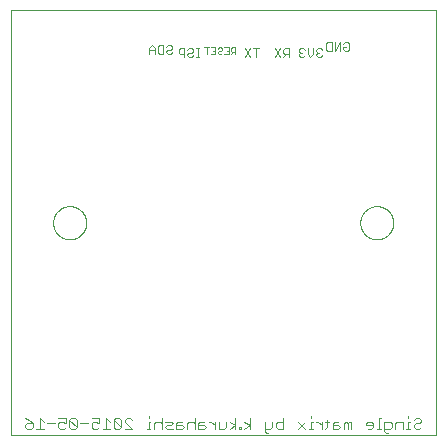
<source format=gbo>
G75*
%MOIN*%
%OFA0B0*%
%FSLAX25Y25*%
%IPPOS*%
%LPD*%
%AMOC8*
5,1,8,0,0,1.08239X$1,22.5*
%
%ADD10C,0.00000*%
%ADD11C,0.00300*%
%ADD12C,0.00200*%
D10*
X0006000Y0012706D02*
X0006000Y0154438D01*
X0147732Y0154438D01*
X0147732Y0012706D01*
X0006000Y0012706D01*
X0020173Y0083572D02*
X0020175Y0083720D01*
X0020181Y0083868D01*
X0020191Y0084016D01*
X0020205Y0084163D01*
X0020223Y0084310D01*
X0020244Y0084456D01*
X0020270Y0084602D01*
X0020300Y0084747D01*
X0020333Y0084891D01*
X0020371Y0085034D01*
X0020412Y0085176D01*
X0020457Y0085317D01*
X0020505Y0085457D01*
X0020558Y0085596D01*
X0020614Y0085733D01*
X0020674Y0085868D01*
X0020737Y0086002D01*
X0020804Y0086134D01*
X0020875Y0086264D01*
X0020949Y0086392D01*
X0021026Y0086518D01*
X0021107Y0086642D01*
X0021191Y0086764D01*
X0021278Y0086883D01*
X0021369Y0087000D01*
X0021463Y0087115D01*
X0021559Y0087227D01*
X0021659Y0087337D01*
X0021761Y0087443D01*
X0021867Y0087547D01*
X0021975Y0087648D01*
X0022086Y0087746D01*
X0022199Y0087842D01*
X0022315Y0087934D01*
X0022433Y0088023D01*
X0022554Y0088108D01*
X0022677Y0088191D01*
X0022802Y0088270D01*
X0022929Y0088346D01*
X0023058Y0088418D01*
X0023189Y0088487D01*
X0023322Y0088552D01*
X0023457Y0088613D01*
X0023593Y0088671D01*
X0023730Y0088726D01*
X0023869Y0088776D01*
X0024010Y0088823D01*
X0024151Y0088866D01*
X0024294Y0088906D01*
X0024438Y0088941D01*
X0024582Y0088973D01*
X0024728Y0089000D01*
X0024874Y0089024D01*
X0025021Y0089044D01*
X0025168Y0089060D01*
X0025315Y0089072D01*
X0025463Y0089080D01*
X0025611Y0089084D01*
X0025759Y0089084D01*
X0025907Y0089080D01*
X0026055Y0089072D01*
X0026202Y0089060D01*
X0026349Y0089044D01*
X0026496Y0089024D01*
X0026642Y0089000D01*
X0026788Y0088973D01*
X0026932Y0088941D01*
X0027076Y0088906D01*
X0027219Y0088866D01*
X0027360Y0088823D01*
X0027501Y0088776D01*
X0027640Y0088726D01*
X0027777Y0088671D01*
X0027913Y0088613D01*
X0028048Y0088552D01*
X0028181Y0088487D01*
X0028312Y0088418D01*
X0028441Y0088346D01*
X0028568Y0088270D01*
X0028693Y0088191D01*
X0028816Y0088108D01*
X0028937Y0088023D01*
X0029055Y0087934D01*
X0029171Y0087842D01*
X0029284Y0087746D01*
X0029395Y0087648D01*
X0029503Y0087547D01*
X0029609Y0087443D01*
X0029711Y0087337D01*
X0029811Y0087227D01*
X0029907Y0087115D01*
X0030001Y0087000D01*
X0030092Y0086883D01*
X0030179Y0086764D01*
X0030263Y0086642D01*
X0030344Y0086518D01*
X0030421Y0086392D01*
X0030495Y0086264D01*
X0030566Y0086134D01*
X0030633Y0086002D01*
X0030696Y0085868D01*
X0030756Y0085733D01*
X0030812Y0085596D01*
X0030865Y0085457D01*
X0030913Y0085317D01*
X0030958Y0085176D01*
X0030999Y0085034D01*
X0031037Y0084891D01*
X0031070Y0084747D01*
X0031100Y0084602D01*
X0031126Y0084456D01*
X0031147Y0084310D01*
X0031165Y0084163D01*
X0031179Y0084016D01*
X0031189Y0083868D01*
X0031195Y0083720D01*
X0031197Y0083572D01*
X0031195Y0083424D01*
X0031189Y0083276D01*
X0031179Y0083128D01*
X0031165Y0082981D01*
X0031147Y0082834D01*
X0031126Y0082688D01*
X0031100Y0082542D01*
X0031070Y0082397D01*
X0031037Y0082253D01*
X0030999Y0082110D01*
X0030958Y0081968D01*
X0030913Y0081827D01*
X0030865Y0081687D01*
X0030812Y0081548D01*
X0030756Y0081411D01*
X0030696Y0081276D01*
X0030633Y0081142D01*
X0030566Y0081010D01*
X0030495Y0080880D01*
X0030421Y0080752D01*
X0030344Y0080626D01*
X0030263Y0080502D01*
X0030179Y0080380D01*
X0030092Y0080261D01*
X0030001Y0080144D01*
X0029907Y0080029D01*
X0029811Y0079917D01*
X0029711Y0079807D01*
X0029609Y0079701D01*
X0029503Y0079597D01*
X0029395Y0079496D01*
X0029284Y0079398D01*
X0029171Y0079302D01*
X0029055Y0079210D01*
X0028937Y0079121D01*
X0028816Y0079036D01*
X0028693Y0078953D01*
X0028568Y0078874D01*
X0028441Y0078798D01*
X0028312Y0078726D01*
X0028181Y0078657D01*
X0028048Y0078592D01*
X0027913Y0078531D01*
X0027777Y0078473D01*
X0027640Y0078418D01*
X0027501Y0078368D01*
X0027360Y0078321D01*
X0027219Y0078278D01*
X0027076Y0078238D01*
X0026932Y0078203D01*
X0026788Y0078171D01*
X0026642Y0078144D01*
X0026496Y0078120D01*
X0026349Y0078100D01*
X0026202Y0078084D01*
X0026055Y0078072D01*
X0025907Y0078064D01*
X0025759Y0078060D01*
X0025611Y0078060D01*
X0025463Y0078064D01*
X0025315Y0078072D01*
X0025168Y0078084D01*
X0025021Y0078100D01*
X0024874Y0078120D01*
X0024728Y0078144D01*
X0024582Y0078171D01*
X0024438Y0078203D01*
X0024294Y0078238D01*
X0024151Y0078278D01*
X0024010Y0078321D01*
X0023869Y0078368D01*
X0023730Y0078418D01*
X0023593Y0078473D01*
X0023457Y0078531D01*
X0023322Y0078592D01*
X0023189Y0078657D01*
X0023058Y0078726D01*
X0022929Y0078798D01*
X0022802Y0078874D01*
X0022677Y0078953D01*
X0022554Y0079036D01*
X0022433Y0079121D01*
X0022315Y0079210D01*
X0022199Y0079302D01*
X0022086Y0079398D01*
X0021975Y0079496D01*
X0021867Y0079597D01*
X0021761Y0079701D01*
X0021659Y0079807D01*
X0021559Y0079917D01*
X0021463Y0080029D01*
X0021369Y0080144D01*
X0021278Y0080261D01*
X0021191Y0080380D01*
X0021107Y0080502D01*
X0021026Y0080626D01*
X0020949Y0080752D01*
X0020875Y0080880D01*
X0020804Y0081010D01*
X0020737Y0081142D01*
X0020674Y0081276D01*
X0020614Y0081411D01*
X0020558Y0081548D01*
X0020505Y0081687D01*
X0020457Y0081827D01*
X0020412Y0081968D01*
X0020371Y0082110D01*
X0020333Y0082253D01*
X0020300Y0082397D01*
X0020270Y0082542D01*
X0020244Y0082688D01*
X0020223Y0082834D01*
X0020205Y0082981D01*
X0020191Y0083128D01*
X0020181Y0083276D01*
X0020175Y0083424D01*
X0020173Y0083572D01*
X0122535Y0083572D02*
X0122537Y0083720D01*
X0122543Y0083868D01*
X0122553Y0084016D01*
X0122567Y0084163D01*
X0122585Y0084310D01*
X0122606Y0084456D01*
X0122632Y0084602D01*
X0122662Y0084747D01*
X0122695Y0084891D01*
X0122733Y0085034D01*
X0122774Y0085176D01*
X0122819Y0085317D01*
X0122867Y0085457D01*
X0122920Y0085596D01*
X0122976Y0085733D01*
X0123036Y0085868D01*
X0123099Y0086002D01*
X0123166Y0086134D01*
X0123237Y0086264D01*
X0123311Y0086392D01*
X0123388Y0086518D01*
X0123469Y0086642D01*
X0123553Y0086764D01*
X0123640Y0086883D01*
X0123731Y0087000D01*
X0123825Y0087115D01*
X0123921Y0087227D01*
X0124021Y0087337D01*
X0124123Y0087443D01*
X0124229Y0087547D01*
X0124337Y0087648D01*
X0124448Y0087746D01*
X0124561Y0087842D01*
X0124677Y0087934D01*
X0124795Y0088023D01*
X0124916Y0088108D01*
X0125039Y0088191D01*
X0125164Y0088270D01*
X0125291Y0088346D01*
X0125420Y0088418D01*
X0125551Y0088487D01*
X0125684Y0088552D01*
X0125819Y0088613D01*
X0125955Y0088671D01*
X0126092Y0088726D01*
X0126231Y0088776D01*
X0126372Y0088823D01*
X0126513Y0088866D01*
X0126656Y0088906D01*
X0126800Y0088941D01*
X0126944Y0088973D01*
X0127090Y0089000D01*
X0127236Y0089024D01*
X0127383Y0089044D01*
X0127530Y0089060D01*
X0127677Y0089072D01*
X0127825Y0089080D01*
X0127973Y0089084D01*
X0128121Y0089084D01*
X0128269Y0089080D01*
X0128417Y0089072D01*
X0128564Y0089060D01*
X0128711Y0089044D01*
X0128858Y0089024D01*
X0129004Y0089000D01*
X0129150Y0088973D01*
X0129294Y0088941D01*
X0129438Y0088906D01*
X0129581Y0088866D01*
X0129722Y0088823D01*
X0129863Y0088776D01*
X0130002Y0088726D01*
X0130139Y0088671D01*
X0130275Y0088613D01*
X0130410Y0088552D01*
X0130543Y0088487D01*
X0130674Y0088418D01*
X0130803Y0088346D01*
X0130930Y0088270D01*
X0131055Y0088191D01*
X0131178Y0088108D01*
X0131299Y0088023D01*
X0131417Y0087934D01*
X0131533Y0087842D01*
X0131646Y0087746D01*
X0131757Y0087648D01*
X0131865Y0087547D01*
X0131971Y0087443D01*
X0132073Y0087337D01*
X0132173Y0087227D01*
X0132269Y0087115D01*
X0132363Y0087000D01*
X0132454Y0086883D01*
X0132541Y0086764D01*
X0132625Y0086642D01*
X0132706Y0086518D01*
X0132783Y0086392D01*
X0132857Y0086264D01*
X0132928Y0086134D01*
X0132995Y0086002D01*
X0133058Y0085868D01*
X0133118Y0085733D01*
X0133174Y0085596D01*
X0133227Y0085457D01*
X0133275Y0085317D01*
X0133320Y0085176D01*
X0133361Y0085034D01*
X0133399Y0084891D01*
X0133432Y0084747D01*
X0133462Y0084602D01*
X0133488Y0084456D01*
X0133509Y0084310D01*
X0133527Y0084163D01*
X0133541Y0084016D01*
X0133551Y0083868D01*
X0133557Y0083720D01*
X0133559Y0083572D01*
X0133557Y0083424D01*
X0133551Y0083276D01*
X0133541Y0083128D01*
X0133527Y0082981D01*
X0133509Y0082834D01*
X0133488Y0082688D01*
X0133462Y0082542D01*
X0133432Y0082397D01*
X0133399Y0082253D01*
X0133361Y0082110D01*
X0133320Y0081968D01*
X0133275Y0081827D01*
X0133227Y0081687D01*
X0133174Y0081548D01*
X0133118Y0081411D01*
X0133058Y0081276D01*
X0132995Y0081142D01*
X0132928Y0081010D01*
X0132857Y0080880D01*
X0132783Y0080752D01*
X0132706Y0080626D01*
X0132625Y0080502D01*
X0132541Y0080380D01*
X0132454Y0080261D01*
X0132363Y0080144D01*
X0132269Y0080029D01*
X0132173Y0079917D01*
X0132073Y0079807D01*
X0131971Y0079701D01*
X0131865Y0079597D01*
X0131757Y0079496D01*
X0131646Y0079398D01*
X0131533Y0079302D01*
X0131417Y0079210D01*
X0131299Y0079121D01*
X0131178Y0079036D01*
X0131055Y0078953D01*
X0130930Y0078874D01*
X0130803Y0078798D01*
X0130674Y0078726D01*
X0130543Y0078657D01*
X0130410Y0078592D01*
X0130275Y0078531D01*
X0130139Y0078473D01*
X0130002Y0078418D01*
X0129863Y0078368D01*
X0129722Y0078321D01*
X0129581Y0078278D01*
X0129438Y0078238D01*
X0129294Y0078203D01*
X0129150Y0078171D01*
X0129004Y0078144D01*
X0128858Y0078120D01*
X0128711Y0078100D01*
X0128564Y0078084D01*
X0128417Y0078072D01*
X0128269Y0078064D01*
X0128121Y0078060D01*
X0127973Y0078060D01*
X0127825Y0078064D01*
X0127677Y0078072D01*
X0127530Y0078084D01*
X0127383Y0078100D01*
X0127236Y0078120D01*
X0127090Y0078144D01*
X0126944Y0078171D01*
X0126800Y0078203D01*
X0126656Y0078238D01*
X0126513Y0078278D01*
X0126372Y0078321D01*
X0126231Y0078368D01*
X0126092Y0078418D01*
X0125955Y0078473D01*
X0125819Y0078531D01*
X0125684Y0078592D01*
X0125551Y0078657D01*
X0125420Y0078726D01*
X0125291Y0078798D01*
X0125164Y0078874D01*
X0125039Y0078953D01*
X0124916Y0079036D01*
X0124795Y0079121D01*
X0124677Y0079210D01*
X0124561Y0079302D01*
X0124448Y0079398D01*
X0124337Y0079496D01*
X0124229Y0079597D01*
X0124123Y0079701D01*
X0124021Y0079807D01*
X0123921Y0079917D01*
X0123825Y0080029D01*
X0123731Y0080144D01*
X0123640Y0080261D01*
X0123553Y0080380D01*
X0123469Y0080502D01*
X0123388Y0080626D01*
X0123311Y0080752D01*
X0123237Y0080880D01*
X0123166Y0081010D01*
X0123099Y0081142D01*
X0123036Y0081276D01*
X0122976Y0081411D01*
X0122920Y0081548D01*
X0122867Y0081687D01*
X0122819Y0081827D01*
X0122774Y0081968D01*
X0122733Y0082110D01*
X0122695Y0082253D01*
X0122662Y0082397D01*
X0122632Y0082542D01*
X0122606Y0082688D01*
X0122585Y0082834D01*
X0122567Y0082981D01*
X0122553Y0083128D01*
X0122543Y0083276D01*
X0122537Y0083424D01*
X0122535Y0083572D01*
D11*
X0109366Y0138856D02*
X0109850Y0139339D01*
X0109366Y0138856D02*
X0108399Y0138856D01*
X0107915Y0139339D01*
X0107915Y0139823D01*
X0108399Y0140307D01*
X0108883Y0140307D01*
X0108399Y0140307D02*
X0107915Y0140790D01*
X0107915Y0141274D01*
X0108399Y0141758D01*
X0109366Y0141758D01*
X0109850Y0141274D01*
X0111022Y0141339D02*
X0111022Y0143274D01*
X0111506Y0143758D01*
X0112957Y0143758D01*
X0112957Y0140856D01*
X0111506Y0140856D01*
X0111022Y0141339D01*
X0113969Y0140856D02*
X0113969Y0143758D01*
X0115903Y0143758D02*
X0113969Y0140856D01*
X0115903Y0140856D02*
X0115903Y0143758D01*
X0116915Y0143274D02*
X0117399Y0143758D01*
X0118366Y0143758D01*
X0118850Y0143274D01*
X0118850Y0141339D01*
X0118366Y0140856D01*
X0117399Y0140856D01*
X0116915Y0141339D01*
X0116915Y0142307D01*
X0117883Y0142307D01*
X0106903Y0141758D02*
X0106903Y0139823D01*
X0105936Y0138856D01*
X0104969Y0139823D01*
X0104969Y0141758D01*
X0103957Y0141274D02*
X0103473Y0141758D01*
X0102506Y0141758D01*
X0102022Y0141274D01*
X0102022Y0140790D01*
X0102506Y0140307D01*
X0102022Y0139823D01*
X0102022Y0139339D01*
X0102506Y0138856D01*
X0103473Y0138856D01*
X0103957Y0139339D01*
X0102989Y0140307D02*
X0102506Y0140307D01*
X0098850Y0139823D02*
X0097399Y0139823D01*
X0096915Y0140307D01*
X0096915Y0141274D01*
X0097399Y0141758D01*
X0098850Y0141758D01*
X0098850Y0138856D01*
X0097883Y0139823D02*
X0096915Y0138856D01*
X0095903Y0138856D02*
X0093969Y0141758D01*
X0095903Y0141758D02*
X0093969Y0138856D01*
X0088850Y0141758D02*
X0086915Y0141758D01*
X0087883Y0141758D02*
X0087883Y0138856D01*
X0085903Y0138856D02*
X0083969Y0141758D01*
X0085903Y0141758D02*
X0083969Y0138856D01*
X0068850Y0138856D02*
X0067883Y0138856D01*
X0068366Y0138856D02*
X0068366Y0141758D01*
X0067883Y0141758D02*
X0068850Y0141758D01*
X0066886Y0141274D02*
X0066886Y0140790D01*
X0066402Y0140307D01*
X0065434Y0140307D01*
X0064951Y0139823D01*
X0064951Y0139339D01*
X0065434Y0138856D01*
X0066402Y0138856D01*
X0066886Y0139339D01*
X0066886Y0141274D02*
X0066402Y0141758D01*
X0065434Y0141758D01*
X0064951Y0141274D01*
X0063939Y0141758D02*
X0062488Y0141758D01*
X0062004Y0141274D01*
X0062004Y0140307D01*
X0062488Y0139823D01*
X0063939Y0139823D01*
X0063939Y0138856D02*
X0063939Y0141758D01*
X0059850Y0141790D02*
X0059366Y0141307D01*
X0058399Y0141307D01*
X0057915Y0140823D01*
X0057915Y0140339D01*
X0058399Y0139856D01*
X0059366Y0139856D01*
X0059850Y0140339D01*
X0059850Y0141790D02*
X0059850Y0142274D01*
X0059366Y0142758D01*
X0058399Y0142758D01*
X0057915Y0142274D01*
X0056903Y0142758D02*
X0056903Y0139856D01*
X0055452Y0139856D01*
X0054969Y0140339D01*
X0054969Y0142274D01*
X0055452Y0142758D01*
X0056903Y0142758D01*
X0053957Y0141790D02*
X0053957Y0139856D01*
X0053957Y0141307D02*
X0052022Y0141307D01*
X0052022Y0141790D02*
X0052022Y0139856D01*
X0052022Y0141790D02*
X0052989Y0142758D01*
X0053957Y0141790D01*
X0051996Y0019176D02*
X0051996Y0018559D01*
X0051996Y0017324D02*
X0051996Y0014856D01*
X0052613Y0014856D02*
X0051379Y0014856D01*
X0051996Y0017324D02*
X0052613Y0017324D01*
X0053827Y0016707D02*
X0053827Y0014856D01*
X0053827Y0016707D02*
X0054445Y0017324D01*
X0055679Y0017324D01*
X0056296Y0016707D01*
X0057511Y0017324D02*
X0059362Y0017324D01*
X0059979Y0016707D01*
X0059362Y0016090D01*
X0058128Y0016090D01*
X0057511Y0015473D01*
X0058128Y0014856D01*
X0059979Y0014856D01*
X0061194Y0014856D02*
X0061194Y0016707D01*
X0061811Y0017324D01*
X0063045Y0017324D01*
X0063045Y0016090D02*
X0061194Y0016090D01*
X0061194Y0014856D02*
X0063045Y0014856D01*
X0063662Y0015473D01*
X0063045Y0016090D01*
X0064877Y0016707D02*
X0064877Y0014856D01*
X0064877Y0016707D02*
X0065494Y0017324D01*
X0066728Y0017324D01*
X0067346Y0016707D01*
X0068560Y0016707D02*
X0068560Y0014856D01*
X0070412Y0014856D01*
X0071029Y0015473D01*
X0070412Y0016090D01*
X0068560Y0016090D01*
X0068560Y0016707D02*
X0069177Y0017324D01*
X0070412Y0017324D01*
X0072246Y0017324D02*
X0072864Y0017324D01*
X0074098Y0016090D01*
X0074098Y0014856D02*
X0074098Y0017324D01*
X0075312Y0017324D02*
X0075312Y0014856D01*
X0077164Y0014856D01*
X0077781Y0015473D01*
X0077781Y0017324D01*
X0078999Y0017324D02*
X0080850Y0016090D01*
X0078999Y0014856D01*
X0080850Y0014856D02*
X0080850Y0018559D01*
X0083910Y0017324D02*
X0085761Y0016090D01*
X0083910Y0014856D01*
X0082692Y0014856D02*
X0082075Y0014856D01*
X0082075Y0015473D01*
X0082692Y0015473D01*
X0082692Y0014856D01*
X0085761Y0014856D02*
X0085761Y0018559D01*
X0090659Y0017324D02*
X0090659Y0014238D01*
X0091276Y0013621D01*
X0091893Y0013621D01*
X0092510Y0014856D02*
X0090659Y0014856D01*
X0092510Y0014856D02*
X0093128Y0015473D01*
X0093128Y0017324D01*
X0094342Y0016707D02*
X0094342Y0015473D01*
X0094959Y0014856D01*
X0096811Y0014856D01*
X0096811Y0018559D01*
X0096811Y0017324D02*
X0094959Y0017324D01*
X0094342Y0016707D01*
X0101708Y0017324D02*
X0104177Y0014856D01*
X0105398Y0014856D02*
X0106632Y0014856D01*
X0106015Y0014856D02*
X0106015Y0017324D01*
X0106632Y0017324D01*
X0107850Y0017324D02*
X0108467Y0017324D01*
X0109702Y0016090D01*
X0109702Y0014856D02*
X0109702Y0017324D01*
X0110923Y0017324D02*
X0112157Y0017324D01*
X0111540Y0017941D02*
X0111540Y0015473D01*
X0110923Y0014856D01*
X0113372Y0014856D02*
X0115223Y0014856D01*
X0115840Y0015473D01*
X0115223Y0016090D01*
X0113372Y0016090D01*
X0113372Y0016707D02*
X0113372Y0014856D01*
X0113372Y0016707D02*
X0113989Y0017324D01*
X0115223Y0017324D01*
X0117055Y0016707D02*
X0117055Y0014856D01*
X0118289Y0014856D02*
X0118289Y0016707D01*
X0117672Y0017324D01*
X0117055Y0016707D01*
X0118289Y0016707D02*
X0118906Y0017324D01*
X0119523Y0017324D01*
X0119523Y0014856D01*
X0124421Y0016090D02*
X0126890Y0016090D01*
X0126890Y0016707D02*
X0126273Y0017324D01*
X0125038Y0017324D01*
X0124421Y0016707D01*
X0124421Y0016090D01*
X0125038Y0014856D02*
X0126273Y0014856D01*
X0126890Y0015473D01*
X0126890Y0016707D01*
X0128111Y0014856D02*
X0129345Y0014856D01*
X0128728Y0014856D02*
X0128728Y0018559D01*
X0129345Y0018559D01*
X0130560Y0017324D02*
X0132411Y0017324D01*
X0133028Y0016707D01*
X0133028Y0015473D01*
X0132411Y0014856D01*
X0130560Y0014856D01*
X0130560Y0014238D02*
X0130560Y0017324D01*
X0130560Y0014238D02*
X0131177Y0013621D01*
X0131794Y0013621D01*
X0134243Y0014856D02*
X0134243Y0016707D01*
X0134860Y0017324D01*
X0136711Y0017324D01*
X0136711Y0014856D01*
X0137932Y0014856D02*
X0139167Y0014856D01*
X0138550Y0014856D02*
X0138550Y0017324D01*
X0139167Y0017324D01*
X0140381Y0017941D02*
X0140998Y0018559D01*
X0142233Y0018559D01*
X0142850Y0017941D01*
X0142850Y0017324D01*
X0142233Y0016707D01*
X0140998Y0016707D01*
X0140381Y0016090D01*
X0140381Y0015473D01*
X0140998Y0014856D01*
X0142233Y0014856D01*
X0142850Y0015473D01*
X0138550Y0018559D02*
X0138550Y0019176D01*
X0106015Y0019176D02*
X0106015Y0018559D01*
X0104177Y0017324D02*
X0101708Y0014856D01*
X0067346Y0014856D02*
X0067346Y0018559D01*
X0056296Y0018559D02*
X0056296Y0014856D01*
X0046474Y0014856D02*
X0044006Y0017324D01*
X0044006Y0017941D01*
X0044623Y0018559D01*
X0045857Y0018559D01*
X0046474Y0017941D01*
X0046474Y0014856D02*
X0044006Y0014856D01*
X0042791Y0015473D02*
X0040323Y0017941D01*
X0040323Y0015473D01*
X0040940Y0014856D01*
X0042174Y0014856D01*
X0042791Y0015473D01*
X0042791Y0017941D01*
X0042174Y0018559D01*
X0040940Y0018559D01*
X0040323Y0017941D01*
X0039108Y0017324D02*
X0037874Y0018559D01*
X0037874Y0014856D01*
X0039108Y0014856D02*
X0036639Y0014856D01*
X0035425Y0015473D02*
X0034808Y0014856D01*
X0033573Y0014856D01*
X0032956Y0015473D01*
X0032956Y0016707D01*
X0033573Y0017324D01*
X0034191Y0017324D01*
X0035425Y0016707D01*
X0035425Y0018559D01*
X0032956Y0018559D01*
X0031742Y0016707D02*
X0029273Y0016707D01*
X0028059Y0015473D02*
X0025590Y0017941D01*
X0025590Y0015473D01*
X0026207Y0014856D01*
X0027442Y0014856D01*
X0028059Y0015473D01*
X0028059Y0017941D01*
X0027442Y0018559D01*
X0026207Y0018559D01*
X0025590Y0017941D01*
X0024376Y0018559D02*
X0024376Y0016707D01*
X0023141Y0017324D01*
X0022524Y0017324D01*
X0021907Y0016707D01*
X0021907Y0015473D01*
X0022524Y0014856D01*
X0023758Y0014856D01*
X0024376Y0015473D01*
X0024376Y0018559D02*
X0021907Y0018559D01*
X0020692Y0016707D02*
X0018224Y0016707D01*
X0017009Y0017324D02*
X0015775Y0018559D01*
X0015775Y0014856D01*
X0017009Y0014856D02*
X0014541Y0014856D01*
X0013326Y0015473D02*
X0013326Y0016707D01*
X0011475Y0016707D01*
X0010857Y0016090D01*
X0010857Y0015473D01*
X0011475Y0014856D01*
X0012709Y0014856D01*
X0013326Y0015473D01*
X0013326Y0016707D02*
X0012092Y0017941D01*
X0010857Y0018559D01*
D12*
X0071327Y0139806D02*
X0071327Y0142007D01*
X0072060Y0142007D02*
X0070593Y0142007D01*
X0072802Y0142007D02*
X0074270Y0142007D01*
X0074270Y0139806D01*
X0072802Y0139806D01*
X0073536Y0140906D02*
X0074270Y0140906D01*
X0075012Y0140539D02*
X0075012Y0140172D01*
X0075379Y0139806D01*
X0076113Y0139806D01*
X0076480Y0140172D01*
X0076113Y0140906D02*
X0075379Y0140906D01*
X0075012Y0140539D01*
X0075012Y0141640D02*
X0075379Y0142007D01*
X0076113Y0142007D01*
X0076480Y0141640D01*
X0076480Y0141273D01*
X0076113Y0140906D01*
X0077222Y0139806D02*
X0078690Y0139806D01*
X0078690Y0142007D01*
X0077222Y0142007D01*
X0077956Y0140906D02*
X0078690Y0140906D01*
X0079432Y0140906D02*
X0079799Y0140539D01*
X0080900Y0140539D01*
X0080900Y0139806D02*
X0080900Y0142007D01*
X0079799Y0142007D01*
X0079432Y0141640D01*
X0079432Y0140906D01*
X0080166Y0140539D02*
X0079432Y0139806D01*
M02*

</source>
